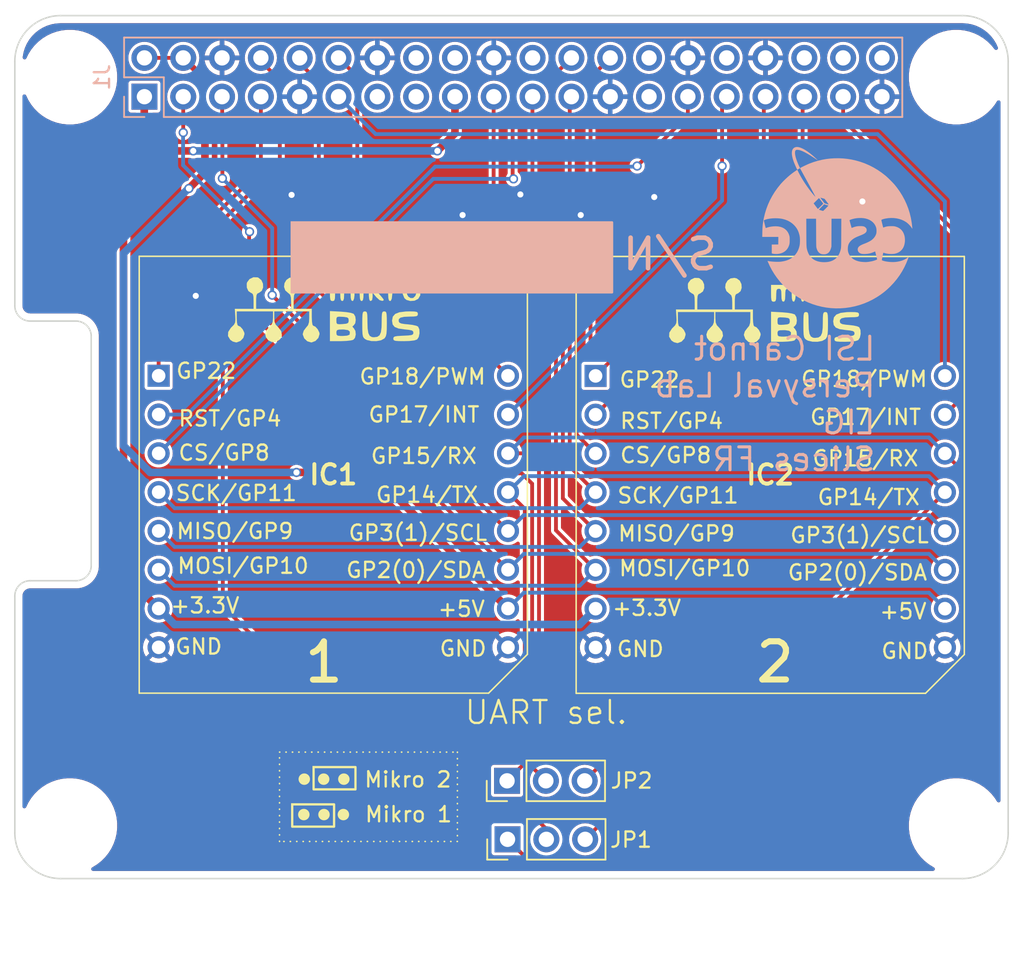
<source format=kicad_pcb>
(kicad_pcb (version 20240108) (generator "pcbnew") (generator_version "8.0")
  (layers (0 "F.Cu" signal) (31 "B.Cu" signal) (34 "B.Paste" user) (35 "F.Paste" user) (36 "B.SilkS" user "B.Silkscreen") (37 "F.SilkS" user "F.Silkscreen") (38 "B.Mask" user) (39 "F.Mask" user) (44 "Edge.Cuts" user))
  (net 0 "")
  (net 3 "5V")
  (net 4 "GND")
  (net 6 "3V3")
  (net 15 "/PWM1")
  (net 16 "/CS1")
  (net 17 "/TX1")
  (net 18 "/INT1")
  (net 19 "/AN1")
  (net 20 "/SCL")
  (net 21 "/SDA")
  (net 22 "/MISO")
  (net 23 "/MOSI")
  (net 24 "/SCLK")
  (net 25 "/RX1")
  (net 26 "/RST1")
  (net 27 "/PWM2")
  (net 28 "/INT2")
  (net 29 "/CS2")
  (net 30 "/RST2")
  (net 31 "/RX2")
  (net 32 "/TX2")
  (net 33 "/AN2")
  (net 34 "Net-(J1-BCM14_TXD)")
  (net 35 "Net-(J1-BCM15_RXD)")
  (footprint "RPi_Hat:RPi_Hat_Mounting_Hole" (layer "F.Cu") (at 176.77 74.56)
    (property "Reference" "" (hide yes))
    (property "Value" "" (hide yes))
    (pad "" np_thru_hole circle (at 0 0) (size 2.75 2.75) (drill 2.75) (layers "*.Cu" "*.Mask") (clearance 1.725))
  )
  (footprint "RPi_Hat:RPi_Hat_Mounting_Hole" (layer "F.Cu") (at 118.77 74.56)
    (property "Reference" "" (hide yes))
    (property "Value" "" (hide yes))
    (pad "" np_thru_hole circle (at 0 0) (size 2.75 2.75) (drill 2.75) (layers "*.Cu" "*.Mask") (clearance 1.725))
  )
  (footprint "RPi_Hat:RPi_Hat_Mounting_Hole" (layer "F.Cu") (at 118.77 123.56)
    (property "Reference" "" (hide yes))
    (property "Value" "" (hide yes))
    (pad "" np_thru_hole circle (at 0 0) (size 2.75 2.75) (drill 2.75) (layers "*.Cu" "*.Mask") (clearance 1.725))
  )
  (footprint "RPi_Hat:RPi_Hat_Mounting_Hole" (layer "F.Cu") (at 176.77 123.56)
    (property "Reference" "" (hide yes))
    (property "Value" "" (hide yes))
    (pad "" np_thru_hole circle (at 0 0) (size 2.75 2.75) (drill 2.75) (layers "*.Cu" "*.Mask") (clearance 1.725))
  )
  (footprint "footprint:mikro_logo" (layer "F.Cu") (at 164.23 89.77)
    (property "Reference" "G***" (hide yes))
    (property "Value" "LOGO" (hide yes))
  )
  (footprint "footprint:MIKROE924" (layer "F.Cu") (at 153.17 94.12)
    (property "Reference" "IC2" (at 11.43 6.48 0) (layer "F.SilkS") (effects (font (size 1.27 1.27) (thickness 0.254))))
    (property "Value" "MIKROE-924" (hide yes))
    (pad "1" thru_hole rect (at 0 0) (size 1.445 1.445) (drill 0.889) (layers "*.Cu" "*.Mask") (net 33 "/AN2"))
    (pad "2" thru_hole circle (at 0 2.54) (size 1.445 1.445) (drill 0.889) (layers "*.Cu" "*.Mask") (net 30 "/RST2"))
    (pad "3" thru_hole circle (at 0 5.08) (size 1.445 1.445) (drill 0.889) (layers "*.Cu" "*.Mask") (net 29 "/CS2"))
    (pad "4" thru_hole circle (at 0 7.62) (size 1.445 1.445) (drill 0.889) (layers "*.Cu" "*.Mask") (net 24 "/SCLK"))
    (pad "5" thru_hole circle (at 0 10.16) (size 1.445 1.445) (drill 0.889) (layers "*.Cu" "*.Mask") (net 22 "/MISO"))
    (pad "6" thru_hole circle (at 0 12.7) (size 1.445 1.445) (drill 0.889) (layers "*.Cu" "*.Mask") (net 23 "/MOSI"))
    (pad "7" thru_hole circle (at 0 15.24) (size 1.445 1.445) (drill 0.889) (layers "*.Cu" "*.Mask") (net 6 "3V3"))
    (pad "8" thru_hole circle (at 0 17.78) (size 1.445 1.445) (drill 0.889) (layers "*.Cu" "*.Mask") (net 4 "GND"))
    (pad "9" thru_hole circle (at 22.86 0) (size 1.445 1.445) (drill 0.889) (layers "*.Cu" "*.Mask") (net 27 "/PWM2"))
    (pad "10" thru_hole circle (at 22.86 2.54) (size 1.445 1.445) (drill 0.889) (layers "*.Cu" "*.Mask") (net 28 "/INT2"))
    (pad "11" thru_hole circle (at 22.86 5.08) (size 1.445 1.445) (drill 0.889) (layers "*.Cu" "*.Mask") (net 32 "/TX2"))
    (pad "12" thru_hole circle (at 22.86 7.62) (size 1.445 1.445) (drill 0.889) (layers "*.Cu" "*.Mask") (net 31 "/RX2"))
    (pad "13" thru_hole circle (at 22.86 10.16) (size 1.445 1.445) (drill 0.889) (layers "*.Cu" "*.Mask") (net 20 "/SCL"))
    (pad "14" thru_hole circle (at 22.86 12.7) (size 1.445 1.445) (drill 0.889) (layers "*.Cu" "*.Mask") (net 21 "/SDA"))
    (pad "15" thru_hole circle (at 22.86 15.24) (size 1.445 1.445) (drill 0.889) (layers "*.Cu" "*.Mask") (net 3 "5V"))
    (pad "16" thru_hole circle (at 22.86 17.78) (size 1.445 1.445) (drill 0.889) (layers "*.Cu" "*.Mask") (net 4 "GND"))
  )
  (footprint "Connector_PinHeader_2.54mm:PinHeader_1x03_P2.54mm_Vertical" (layer "F.Cu") (at 147.38 120.63 90)
    (property "Reference" "JP2" (at 0.01 8.15 180) (layer "F.SilkS"))
    (property "Value" "Jumper_3_Bridged12")
    (pad "1" thru_hole rect (at 0 0 90) (size 1.7 1.7) (drill 1) (layers "*.Cu" "*.Mask") (net 25 "/RX1"))
    (pad "2" thru_hole oval (at 0 2.54 90) (size 1.7 1.7) (drill 1) (layers "*.Cu" "*.Mask") (net 35 "Net-(J1-BCM15_RXD)"))
    (pad "3" thru_hole oval (at 0 5.08 90) (size 1.7 1.7) (drill 1) (layers "*.Cu" "*.Mask") (net 31 "/RX2"))
  )
  (footprint "footprint:MIKROE924" (layer "F.Cu") (at 124.58 94.11)
    (property "Reference" "IC1" (at 11.43 6.48 0) (layer "F.SilkS") (effects (font (size 1.27 1.27) (thickness 0.254))))
    (property "Value" "MIKROE-924" (hide yes))
    (pad "1" thru_hole rect (at 0 0) (size 1.445 1.445) (drill 0.889) (layers "*.Cu" "*.Mask") (net 19 "/AN1"))
    (pad "2" thru_hole circle (at 0 2.54) (size 1.445 1.445) (drill 0.889) (layers "*.Cu" "*.Mask") (net 26 "/RST1"))
    (pad "3" thru_hole circle (at 0 5.08) (size 1.445 1.445) (drill 0.889) (layers "*.Cu" "*.Mask") (net 16 "/CS1"))
    (pad "4" thru_hole circle (at 0 7.62) (size 1.445 1.445) (drill 0.889) (layers "*.Cu" "*.Mask") (net 24 "/SCLK"))
    (pad "5" thru_hole circle (at 0 10.16) (size 1.445 1.445) (drill 0.889) (layers "*.Cu" "*.Mask") (net 22 "/MISO"))
    (pad "6" thru_hole circle (at 0 12.7) (size 1.445 1.445) (drill 0.889) (layers "*.Cu" "*.Mask") (net 23 "/MOSI"))
    (pad "7" thru_hole circle (at 0 15.24) (size 1.445 1.445) (drill 0.889) (layers "*.Cu" "*.Mask") (net 6 "3V3"))
    (pad "8" thru_hole circle (at 0 17.78) (size 1.445 1.445) (drill 0.889) (layers "*.Cu" "*.Mask") (net 4 "GND"))
    (pad "9" thru_hole circle (at 22.86 0) (size 1.445 1.445) (drill 0.889) (layers "*.Cu" "*.Mask") (net 15 "/PWM1"))
    (pad "10" thru_hole circle (at 22.86 2.54) (size 1.445 1.445) (drill 0.889) (layers "*.Cu" "*.Mask") (net 18 "/INT1"))
    (pad "11" thru_hole circle (at 22.86 5.08) (size 1.445 1.445) (drill 0.889) (layers "*.Cu" "*.Mask") (net 17 "/TX1"))
    (pad "12" thru_hole circle (at 22.86 7.62) (size 1.445 1.445) (drill 0.889) (layers "*.Cu" "*.Mask") (net 25 "/RX1"))
    (pad "13" thru_hole circle (at 22.86 10.16) (size 1.445 1.445) (drill 0.889) (layers "*.Cu" "*.Mask") (net 20 "/SCL"))
    (pad "14" thru_hole circle (at 22.86 12.7) (size 1.445 1.445) (drill 0.889) (layers "*.Cu" "*.Mask") (net 21 "/SDA"))
    (pad "15" thru_hole circle (at 22.86 15.24) (size 1.445 1.445) (drill 0.889) (layers "*.Cu" "*.Mask") (net 3 "5V"))
    (pad "16" thru_hole circle (at 22.86 17.78) (size 1.445 1.445) (drill 0.889) (layers "*.Cu" "*.Mask") (net 4 "GND"))
  )
  (footprint "Connector_PinHeader_2.54mm:PinHeader_1x03_P2.54mm_Vertical" (layer "F.Cu") (at 147.41 124.46 90)
    (property "Reference" "JP1" (at -0.03 8.08 180) (layer "F.SilkS"))
    (property "Value" "Jumper_3_Bridged12")
    (pad "1" thru_hole rect (at 0 0 90) (size 1.7 1.7) (drill 1) (layers "*.Cu" "*.Mask") (net 17 "/TX1"))
    (pad "2" thru_hole oval (at 0 2.54 90) (size 1.7 1.7) (drill 1) (layers "*.Cu" "*.Mask") (net 34 "Net-(J1-BCM14_TXD)"))
    (pad "3" thru_hole oval (at 0 5.08 90) (size 1.7 1.7) (drill 1) (layers "*.Cu" "*.Mask") (net 32 "/TX2"))
  )
  (footprint "footprint:mikro_logo" (layer "F.Cu") (at 135.364561 89.727666)
    (property "Reference" "G***" (hide yes))
    (property "Value" "LOGO" (hide yes))
  )
  (footprint "Connector_PinSocket_2.54mm:PinSocket_2x20_P2.54mm_Vertical" (layer "B.Cu") (at 123.65 75.84 -90)
    (property "Reference" "J1" (at -1.27 2.77 90) (layer "B.SilkS") (effects (justify mirror)))
    (property "Value" "RPi_GPIO")
    (pad "1" thru_hole rect (at 0 0 270) (size 1.7 1.7) (drill 1) (layers "*.Cu" "*.Mask") (net 6 "3V3"))
    (pad "2" thru_hole oval (at -2.54 0 270) (size 1.7 1.7) (drill 1) (layers "*.Cu" "*.Mask") (net 3 "5V"))
    (pad "3" thru_hole oval (at 0 -2.54 270) (size 1.7 1.7) (drill 1) (layers "*.Cu" "*.Mask") (net 21 "/SDA"))
    (pad "4" thru_hole oval (at -2.54 -2.54 270) (size 1.7 1.7) (drill 1) (layers "*.Cu" "*.Mask") (net 3 "5V"))
    (pad "5" thru_hole oval (at 0 -5.08 270) (size 1.7 1.7) (drill 1) (layers "*.Cu" "*.Mask") (net 20 "/SCL"))
    (pad "6" thru_hole oval (at -2.54 -5.08 270) (size 1.7 1.7) (drill 1) (layers "*.Cu" "*.Mask") (net 4 "GND"))
    (pad "7" thru_hole oval (at 0 -7.62 270) (size 1.7 1.7) (drill 1) (layers "*.Cu" "*.Mask") (net 19 "/AN1"))
    (pad "8" thru_hole oval (at -2.54 -7.62 270) (size 1.7 1.7) (drill 1) (layers "*.Cu" "*.Mask") (net 34 "Net-(J1-BCM14_TXD)"))
    (pad "9" thru_hole oval (at 0 -10.16 270) (size 1.7 1.7) (drill 1) (layers "*.Cu" "*.Mask") (net 4 "GND"))
    (pad "10" thru_hole oval (at -2.54 -10.16 270) (size 1.7 1.7) (drill 1) (layers "*.Cu" "*.Mask") (net 35 "Net-(J1-BCM15_RXD)"))
    (pad "11" thru_hole oval (at 0 -12.7 270) (size 1.7 1.7) (drill 1) (layers "*.Cu" "*.Mask") (net 27 "/PWM2"))
    (pad "12" thru_hole oval (at -2.54 -12.7 270) (size 1.7 1.7) (drill 1) (layers "*.Cu" "*.Mask") (net 15 "/PWM1"))
    (pad "13" thru_hole oval (at 0 -15.24 270) (size 1.7 1.7) (drill 1) (layers "*.Cu" "*.Mask"))
    (pad "14" thru_hole oval (at -2.54 -15.24 270) (size 1.7 1.7) (drill 1) (layers "*.Cu" "*.Mask") (net 4 "GND"))
    (pad "15" thru_hole oval (at 0 -17.78 270) (size 1.7 1.7) (drill 1) (layers "*.Cu" "*.Mask"))
    (pad "16" thru_hole oval (at -2.54 -17.78 270) (size 1.7 1.7) (drill 1) (layers "*.Cu" "*.Mask"))
    (pad "17" thru_hole oval (at 0 -20.32 270) (size 1.7 1.7) (drill 1) (layers "*.Cu" "*.Mask") (net 6 "3V3"))
    (pad "18" thru_hole oval (at -2.54 -20.32 270) (size 1.7 1.7) (drill 1) (layers "*.Cu" "*.Mask"))
    (pad "19" thru_hole oval (at 0 -22.86 270) (size 1.7 1.7) (drill 1) (layers "*.Cu" "*.Mask") (net 23 "/MOSI"))
    (pad "20" thru_hole oval (at -2.54 -22.86 270) (size 1.7 1.7) (drill 1) (layers "*.Cu" "*.Mask") (net 4 "GND"))
    (pad "21" thru_hole oval (at 0 -25.4 270) (size 1.7 1.7) (drill 1) (layers "*.Cu" "*.Mask") (net 22 "/MISO"))
    (pad "22" thru_hole oval (at -2.54 -25.4 270) (size 1.7 1.7) (drill 1) (layers "*.Cu" "*.Mask"))
    (pad "23" thru_hole oval (at 0 -27.94 270) (size 1.7 1.7) (drill 1) (layers "*.Cu" "*.Mask") (net 24 "/SCLK"))
    (pad "24" thru_hole oval (at -2.54 -27.94 270) (size 1.7 1.7) (drill 1) (layers "*.Cu" "*.Mask") (net 16 "/CS1"))
    (pad "25" thru_hole oval (at 0 -30.48 270) (size 1.7 1.7) (drill 1) (layers "*.Cu" "*.Mask") (net 4 "GND"))
    (pad "26" thru_hole oval (at -2.54 -30.48 270) (size 1.7 1.7) (drill 1) (layers "*.Cu" "*.Mask") (net 29 "/CS2"))
    (pad "27" thru_hole oval (at 0 -33.02 270) (size 1.7 1.7) (drill 1) (layers "*.Cu" "*.Mask"))
    (pad "28" thru_hole oval (at -2.54 -33.02 270) (size 1.7 1.7) (drill 1) (layers "*.Cu" "*.Mask"))
    (pad "29" thru_hole oval (at 0 -35.56 270) (size 1.7 1.7) (drill 1) (layers "*.Cu" "*.Mask") (net 26 "/RST1"))
    (pad "30" thru_hole oval (at -2.54 -35.56 270) (size 1.7 1.7) (drill 1) (layers "*.Cu" "*.Mask") (net 4 "GND"))
    (pad "31" thru_hole oval (at 0 -38.1 270) (size 1.7 1.7) (drill 1) (layers "*.Cu" "*.Mask") (net 18 "/INT1"))
    (pad "32" thru_hole oval (at -2.54 -38.1 270) (size 1.7 1.7) (drill 1) (layers "*.Cu" "*.Mask"))
    (pad "33" thru_hole oval (at 0 -40.64 270) (size 1.7 1.7) (drill 1) (layers "*.Cu" "*.Mask") (net 33 "/AN2"))
    (pad "34" thru_hole oval (at -2.54 -40.64 270) (size 1.7 1.7) (drill 1) (layers "*.Cu" "*.Mask") (net 4 "GND"))
    (pad "35" thru_hole oval (at 0 -43.18 270) (size 1.7 1.7) (drill 1) (layers "*.Cu" "*.Mask") (net 30 "/RST2"))
    (pad "36" thru_hole oval (at -2.54 -43.18 270) (size 1.7 1.7) (drill 1) (layers "*.Cu" "*.Mask"))
    (pad "37" thru_hole oval (at 0 -45.72 270) (size 1.7 1.7) (drill 1) (layers "*.Cu" "*.Mask") (net 28 "/INT2"))
    (pad "38" thru_hole oval (at -2.54 -45.72 270) (size 1.7 1.7) (drill 1) (layers "*.Cu" "*.Mask"))
    (pad "39" thru_hole oval (at 0 -48.26 270) (size 1.7 1.7) (drill 1) (layers "*.Cu" "*.Mask") (net 4 "GND"))
    (pad "40" thru_hole oval (at -2.54 -48.26 270) (size 1.7 1.7) (drill 1) (layers "*.Cu" "*.Mask"))
  )
  (footprint "footprint:logo_csug" (layer "B.Cu") (at 169.08 84.41 180)
    (property "Reference" "" (hide yes))
    (property "Value" "LOGO" (hide yes))
  )
  (gr_rect (start 133.29 84.07) (end 154.25 88.65) (stroke (width 0.15)) (fill solid) (layer "B.SilkS"))
  (gr_circle (center 135.4 122.84) (end 135.7 122.84) (stroke (width 0.15)) (fill solid) (layer "F.SilkS"))
  (gr_circle (center 134.11 120.52) (end 133.81 120.52) (stroke (width 0.15)) (fill solid) (layer "F.SilkS"))
  (gr_circle (center 134.08 122.84) (end 134.38 122.84) (stroke (width 0.15)) (fill solid) (layer "F.SilkS"))
  (gr_rect (start 132.49 118.75) (end 144.13 124.6) (stroke (width 0.1) (type dot)) (fill none) (layer "F.SilkS"))
  (gr_circle (center 136.67 122.84) (end 136.97 122.84) (stroke (width 0.15)) (fill solid) (layer "F.SilkS"))
  (gr_circle (center 135.38 120.52) (end 135.08 120.52) (stroke (width 0.15)) (fill solid) (layer "F.SilkS"))
  (gr_rect (start 134.72 119.73) (end 137.46 121.19) (stroke (width 0.15)) (fill none) (layer "F.SilkS"))
  (gr_rect (start 133.32 122.17) (end 136.06 123.63) (stroke (width 0.15)) (fill none) (layer "F.SilkS"))
  (gr_circle (center 136.7 120.52) (end 136.4 120.52) (stroke (width 0.15)) (fill solid) (layer "F.SilkS"))
  (gr_arc (start 177.17 70.53) (mid 179.29132 71.40868) (end 180.17 73.53) (stroke (width 0.1)) (layer "Edge.Cuts"))
  (gr_arc (start 115.17 73.53) (mid 116.04868 71.40868) (end 118.17 70.53) (stroke (width 0.1)) (layer "Edge.Cuts"))
  (gr_arc (start 118.17 127.03) (mid 116.04868 126.15132) (end 115.17 124.03) (stroke (width 0.1)) (layer "Edge.Cuts"))
  (gr_arc (start 180.17 124.03) (mid 179.29132 126.15132) (end 177.17 127.03) (stroke (width 0.1)) (layer "Edge.Cuts"))
  (gr_arc (start 116.17 90.53) (mid 115.462893 90.237107) (end 115.17 89.53) (stroke (width 0.1)) (layer "Edge.Cuts"))
  (gr_arc (start 119.17 90.53) (mid 119.877107 90.822893) (end 120.17 91.53) (stroke (width 0.1)) (layer "Edge.Cuts"))
  (gr_arc (start 120.17 106.53) (mid 119.877107 107.237107) (end 119.17 107.53) (stroke (width 0.1)) (layer "Edge.Cuts"))
  (gr_arc (start 115.17 108.53) (mid 115.462893 107.822893) (end 116.17 107.53) (stroke (width 0.1)) (layer "Edge.Cuts"))
  (gr_line (start 180.17 73.53) (end 180.17 124.03) (stroke (width 0.1)) (layer "Edge.Cuts"))
  (gr_line (start 118.17 70.53) (end 177.17 70.53) (stroke (width 0.1)) (layer "Edge.Cuts"))
  (gr_line (start 120.17 91.53) (end 120.17 106.53) (stroke (width 0.1)) (layer "Edge.Cuts"))
  (gr_line (start 118.17 127.03) (end 177.17 127.03) (stroke (width 0.1)) (layer "Edge.Cuts"))
  (gr_line (start 115.17 73.53) (end 115.17 89.53) (stroke (width 0.1)) (layer "Edge.Cuts"))
  (gr_line (start 115.17 108.53) (end 115.17 124.03) (stroke (width 0.1)) (layer "Edge.Cuts"))
  (gr_line (start 116.17 107.53) (end 119.17 107.53) (stroke (width 0.1)) (layer "Edge.Cuts"))
  (gr_line (start 116.17 90.53) (end 119.17 90.53) (stroke (width 0.1)) (layer "Edge.Cuts"))
  (gr_text "S/N" (at 161.28 87.33 0) (layer "B.SilkS") (effects (font (size 2 2) (thickness 0.3)) (justify left bottom mirror)))
  (gr_text "LSI Carnot\nPersyval Lab\nLIG\nSlices FR" (at 171.6 100.46 0) (layer "B.SilkS") (effects (font (size 1.5 1.5) (thickness 0.2)) (justify left bottom mirror)))
  (gr_text "CS/GP8" (at 125.79 99.74 0) (layer "F.SilkS") (effects (font (size 1 1)) (justify left bottom)))
  (gr_text "GP22" (at 154.65 94.96 0) (layer "F.SilkS") (effects (font (size 1 1)) (justify left bottom)))
  (gr_text "GP3(1)/SCL" (at 165.82 105.14 0) (layer "F.SilkS") (effects (font (size 1 1)) (justify left bottom)))
  (gr_text "GP18/PWM" (at 166.53 94.91 0) (layer "F.SilkS") (effects (font (size 1 1)) (justify left bottom)))
  (gr_text "GP14/TX" (at 167.61 102.65 0) (layer "F.SilkS") (effects (font (size 1 1)) (justify left bottom)))
  (gr_text "GP17/INT" (at 138.22 97.24 0) (layer "F.SilkS") (effects (font (size 1 1)) (justify left bottom)))
  (gr_text "MOSI/GP10" (at 154.62 107.3 0) (layer "F.SilkS") (effects (font (size 1 1)) (justify left bottom)))
  (gr_text "GP18/PWM" (at 137.63 94.75 0) (layer "F.SilkS") (effects (font (size 1 1)) (justify left bottom)))
  (gr_text "2" (at 163.46 114.32 0) (layer "F.SilkS") (effects (font (size 2.5 2.5) (thickness 0.4)) (justify left bottom)))
  (gr_text "GND" (at 171.78 112.72 0) (layer "F.SilkS") (effects (font (size 1 1)) (justify left bottom)))
  (gr_text "+3.3V" (at 125.28 109.74 0) (layer "F.SilkS") (effects (font (size 1 1)) (justify left bottom)))
  (gr_text "CS/GP8" (at 154.69 99.9 0) (layer "F.SilkS") (effects (font (size 1 1)) (justify left bottom)))
  (gr_text "GND" (at 154.48 112.59 0) (layer "F.SilkS") (effects (font (size 1 1)) (justify left bottom)))
  (gr_text "GP17/INT" (at 167.12 97.4 0) (layer "F.SilkS") (effects (font (size 1 1)) (justify left bottom)))
  (gr_text "Mikro 1\n" (at 138 123.41 0) (layer "F.SilkS") (effects (font (size 1 1)) (justify left bottom)))
  (gr_text "SCK/GP11" (at 125.61 102.38 0) (layer "F.SilkS") (effects (font (size 1 1)) (justify left bottom)))
  (gr_text "GP15/RX" (at 138.38 99.95 0) (layer "F.SilkS") (effects (font (size 1 1)) (justify left bottom)))
  (gr_text "GND" (at 142.88 112.56 0) (layer "F.SilkS") (effects (font (size 1 1)) (justify left bottom)))
  (gr_text "MISO/GP9" (at 154.56 105.03 0) (layer "F.SilkS") (effects (font (size 1 1)) (justify left bottom)))
  (gr_text "MOSI/GP10" (at 125.72 107.14 0) (layer "F.SilkS") (effects (font (size 1 1)) (justify left bottom)))
  (gr_text "GND" (at 125.58 112.43 0) (layer "F.SilkS") (effects (font (size 1 1)) (justify left bottom)))
  (gr_text "Mikro 2" (at 137.96 121.13 0) (layer "F.SilkS") (effects (font (size 1 1)) (justify left bottom)))
  (gr_text "RST/GP4" (at 125.79 97.5 0) (layer "F.SilkS") (effects (font (size 1 1)) (justify left bottom)))
  (gr_text "1" (at 133.94 114.33 0) (layer "F.SilkS") (effects (font (size 2.5 2.5) (thickness 0.4)) (justify left bottom)))
  (gr_text "GP14/TX" (at 138.71 102.49 0) (layer "F.SilkS") (effects (font (size 1 1)) (justify left bottom)))
  (gr_text "GP3(1)/SCL" (at 136.92 104.98 0) (layer "F.SilkS") (effects (font (size 1 1)) (justify left bottom)))
  (gr_text "GP15/RX" (at 167.28 100.11 0) (layer "F.SilkS") (effects (font (size 1 1)) (justify left bottom)))
  (gr_text "MISO/GP9" (at 125.66 104.87 0) (layer "F.SilkS") (effects (font (size 1 1)) (justify left bottom)))
  (gr_text "+5V" (at 171.67 110.12 0) (layer "F.SilkS") (effects (font (size 1 1)) (justify left bottom)))
  (gr_text "GP2(0)/SDA" (at 165.66 107.58 0) (layer "F.SilkS") (effects (font (size 1 1)) (justify left bottom)))
  (gr_text "SCK/GP11" (at 154.51 102.54 0) (layer "F.SilkS") (effects (font (size 1 1)) (justify left bottom)))
  (gr_text "GP22" (at 125.64 94.38 0) (layer "F.SilkS") (effects (font (size 1 1)) (justify left bottom)))
  (gr_text "GP2(0)/SDA" (at 136.76 107.42 0) (layer "F.SilkS") (effects (font (size 1 1)) (justify left bottom)))
  (gr_text "+3.3V" (at 154.18 109.9 0) (layer "F.SilkS") (effects (font (size 1 1)) (justify left bottom)))
  (gr_text "UART sel." (at 144.51 117.03 0) (layer "F.SilkS") (effects (font (size 1.5 1.5)) (justify left bottom)))
  (gr_text "+5V" (at 142.77 109.96 0) (layer "F.SilkS") (effects (font (size 1 1)) (justify left bottom)))
  (gr_text "RST/GP4" (at 154.69 97.66 0) (layer "F.SilkS") (effects (font (size 1 1)) (justify left bottom)))
  (segment (start 176.03 101.74) (end 174.9725 100.6825) (width 0.25) (layer "B.Cu") (net 0))
  (segment (start 174.9725 100.6825) (end 148.4875 100.6825) (width 0.25) (layer "B.Cu") (net 0))
  (segment (start 148.4875 100.6825) (end 147.44 101.73) (width 0.25) (layer "B.Cu") (net 0))
  (segment (start 176.03 99.2) (end 174.9825 98.1525) (width 0.25) (layer "B.Cu") (net 0))
  (segment (start 148.4775 98.1525) (end 147.44 99.19) (width 0.25) (layer "B.Cu") (net 0))
  (segment (start 174.9825 98.1525) (end 148.4775 98.1525) (width 0.25) (layer "B.Cu") (net 0))
  (segment (start 138.53 100.44) (end 147.44 109.35) (width 0.5) (layer "F.Cu") (net 3))
  (segment (start 126.56 81.85) (end 127.61 80.8) (width 0.5) (layer "F.Cu") (net 3))
  (segment (start 127.61 77.26) (end 127.47 77.12) (width 0.5) (layer "F.Cu") (net 3))
  (segment (start 127.47 74.58) (end 126.19 73.3) (width 0.4) (layer "F.Cu") (net 3))
  (segment (start 127.61 80.8) (end 127.61 77.26) (width 0.5) (layer "F.Cu") (net 3))
  (segment (start 133.6 100.44) (end 138.53 100.44) (width 0.5) (layer "F.Cu") (net 3))
  (segment (start 126.19 73.3) (end 123.65 73.3) (width 0.25) (layer "F.Cu") (net 3))
  (segment (start 127.47 77.12) (end 127.47 74.58) (width 0.4) (layer "F.Cu") (net 3))
  (via (at 126.56 81.85) (size 0.6) (drill 0.4) (layers "F.Cu" "B.Cu") (net 3))
  (via (at 133.6 100.44) (size 0.6) (drill 0.4) (layers "F.Cu" "B.Cu") (net 3))
  (segment (start 147.44 109.35) (end 148.4775 108.3125) (width 0.25) (layer "B.Cu") (net 3))
  (segment (start 126.56 81.85) (end 126.53 81.85) (width 0.5) (layer "B.Cu") (net 3))
  (segment (start 126.53 81.85) (end 122.28 86.1) (width 0.5) (layer "B.Cu") (net 3))
  (segment (start 174.9825 108.3125) (end 176.03 109.36) (width 0.25) (layer "B.Cu") (net 3))
  (segment (start 122.28 98.69) (end 124.03 100.44) (width 0.5) (layer "B.Cu") (net 3))
  (segment (start 148.4775 108.3125) (end 174.9825 108.3125) (width 0.25) (layer "B.Cu") (net 3))
  (segment (start 122.28 86.1) (end 122.28 98.69) (width 0.5) (layer "B.Cu") (net 3))
  (segment (start 124.03 100.44) (end 133.6 100.44) (width 0.5) (layer "B.Cu") (net 3))
  (via (at 144.47 83.59) (size 0.6) (drill 0.4) (layers "F.Cu" "B.Cu") (net 4))
  (via (at 133.28 82.27) (size 0.6) (drill 0.4) (layers "F.Cu" "B.Cu") (net 4))
  (via (at 170.63 82.7) (size 0.6) (drill 0.4) (layers "F.Cu" "B.Cu") (net 4))
  (via (at 148.25 82.24) (size 0.6) (drill 0.4) (layers "F.Cu" "B.Cu") (net 4))
  (via (at 152.2 83.59) (size 0.6) (drill 0.4) (layers "F.Cu" "B.Cu") (net 4))
  (via (at 157.01 82.41) (size 0.6) (drill 0.4) (layers "F.Cu" "B.Cu") (net 4))
  (via (at 127.01 88.88) (size 0.6) (drill 0.4) (layers "F.Cu" "B.Cu") (net 4))
  (segment (start 123.65 79.39) (end 123.64 79.4) (width 0.5) (layer "F.Cu") (net 6))
  (segment (start 126.845 79.39) (end 123.65 79.39) (width 0.5) (layer "F.Cu") (net 6))
  (segment (start 143.97 78.24) (end 143.97 75.84) (width 0.5) (layer "F.Cu") (net 6))
  (segment (start 122.28 83.62) (end 123.64 82.26) (width 0.5) (layer "F.Cu") (net 6))
  (segment (start 123.64 82.26) (end 123.64 75.85) (width 0.5) (layer "F.Cu") (net 6))
  (segment (start 124.58 109.35) (end 122.28 107.05) (width 0.5) (layer "F.Cu") (net 6))
  (segment (start 123.64 75.85) (end 123.65 75.84) (width 0.5) (layer "F.Cu") (net 6))
  (segment (start 122.28 107.05) (end 122.28 83.62) (width 0.5) (layer "F.Cu") (net 6))
  (segment (start 142.82 79.39) (end 143.97 78.24) (width 0.5) (layer "F.Cu") (net 6))
  (via (at 142.82 79.39) (size 0.6) (drill 0.4) (layers "F.Cu" "B.Cu") (net 6))
  (via (at 126.845 79.39) (size 0.6) (drill 0.4) (layers "F.Cu" "B.Cu") (net 6))
  (segment (start 124.58 109.35) (end 125.6275 110.3975) (width 0.5) (layer "B.Cu") (net 6))
  (segment (start 126.845 79.39) (end 142.82 79.39) (width 0.5) (layer "B.Cu") (net 6))
  (segment (start 152.1325 110.3975) (end 153.17 109.36) (width 0.5) (layer "B.Cu") (net 6))
  (segment (start 125.6275 110.3975) (end 152.1325 110.3975) (width 0.5) (layer "B.Cu") (net 6))
  (segment (start 137.58 74.53) (end 136.24 73.19) (width 0.25) (layer "F.Cu") (net 15))
  (segment (start 137.58 84.25) (end 137.58 74.53) (width 0.25) (layer "F.Cu") (net 15))
  (segment (start 147.44 94.11) (end 137.58 84.25) (width 0.25) (layer "F.Cu") (net 15))
  (segment (start 150.33 74.56) (end 151.59 73.3) (width 0.25) (layer "F.Cu") (net 16))
  (segment (start 147.745 81.165) (end 147.745 75.325) (width 0.25) (layer "F.Cu") (net 16))
  (segment (start 147.745 75.325) (end 148.51 74.56) (width 0.25) (layer "F.Cu") (net 16))
  (segment (start 148.51 74.56) (end 150.33 74.56) (width 0.25) (layer "F.Cu") (net 16))
  (segment (start 147.8 81.22) (end 147.745 81.165) (width 0.25) (layer "F.Cu") (net 16))
  (via (at 147.8 81.22) (size 0.6) (drill 0.4) (layers "F.Cu" "B.Cu") (net 16))
  (segment (start 147.8 81.22) (end 142.55 81.22) (width 0.25) (layer "B.Cu") (net 16))
  (segment (start 142.55 81.22) (end 124.58 99.19) (width 0.25) (layer "B.Cu") (net 16))
  (segment (start 147.41 124.46) (end 148.86 125.91) (width 0.25) (layer "F.Cu") (net 17))
  (segment (start 149.47 115.58) (end 149.47 100.198231) (width 0.25) (layer "F.Cu") (net 17))
  (segment (start 149.47 100.198231) (end 148.461769 99.19) (width 0.25) (layer "F.Cu") (net 17))
  (segment (start 151.24 125.09) (end 151.24 117.35) (width 0.25) (layer "F.Cu") (net 17))
  (segment (start 148.461769 99.19) (end 147.44 99.19) (width 0.25) (layer "F.Cu") (net 17))
  (segment (start 148.86 125.91) (end 150.42 125.91) (width 0.25) (layer "F.Cu") (net 17))
  (segment (start 150.42 125.91) (end 151.24 125.09) (width 0.25) (layer "F.Cu") (net 17))
  (segment (start 151.24 117.35) (end 149.47 115.58) (width 0.25) (layer "F.Cu") (net 17))
  (segment (start 161.45 76.14) (end 161.75 75.84) (width 0.25) (layer "F.Cu") (net 18))
  (segment (start 161.45 80.38) (end 161.45 76.14) (width 0.25) (layer "F.Cu") (net 18))
  (via (at 161.45 80.38) (size 0.6) (drill 0.4) (layers "F.Cu" "B.Cu") (net 18))
  (segment (start 161.45 82.64) (end 161.45 80.38) (width 0.25) (layer "B.Cu") (net 18))
  (segment (start 147.44 96.65) (end 161.45 82.64) (width 0.25) (layer "B.Cu") (net 18))
  (segment (start 124.58 94.11) (end 124.58 87.3) (width 0.25) (layer "F.Cu") (net 19))
  (segment (start 124.58 87.3) (end 131.27 80.61) (width 0.25) (layer "F.Cu") (net 19))
  (segment (start 131.27 80.61) (end 131.27 75.84) (width 0.25) (layer "F.Cu") (net 19))
  (segment (start 132.0176 88.8376) (end 132.01 88.83) (width 0.25) (layer "F.Cu") (net 20))
  (segment (start 128.751942 81.188058) (end 128.751942 78.891942) (width 0.25) (layer "F.Cu") (net 20))
  (segment (start 128.751942 78.891942) (end 128.74 78.88) (width 0.25) (layer "F.Cu") (net 20))
  (segment (start 132.0176 88.8476) (end 132.0176 88.8376) (width 0.25) (layer "F.Cu") (net 20))
  (segment (start 128.74 75.85) (end 128.73 75.84) (width 0.25) (layer "F.Cu") (net 20))
  (segment (start 147.44 104.27) (end 132.0176 88.8476) (width 0.25) (layer "F.Cu") (net 20))
  (segment (start 128.74 78.88) (end 128.74 75.85) (width 0.25) (layer "F.Cu") (net 20))
  (via (at 132.01 88.83) (size 0.6) (drill 0.4) (layers "F.Cu" "B.Cu") (net 20))
  (via (at 128.751942 81.188058) (size 0.6) (drill 0.4) (layers "F.Cu" "B.Cu") (net 20))
  (segment (start 148.4775 103.2325) (end 147.44 104.27) (width 0.25) (layer "B.Cu") (net 20))
  (segment (start 132.01 84.446116) (end 132.01 88.83) (width 0.25) (layer "B.Cu") (net 20))
  (segment (start 176.03 104.28) (end 174.9825 103.2325) (width 0.25) (layer "B.Cu") (net 20))
  (segment (start 174.9825 103.2325) (end 148.4775 103.2325) (width 0.25) (layer "B.Cu") (net 20))
  (segment (start 128.751942 81.188058) (end 132.01 84.446116) (width 0.25) (layer "B.Cu") (net 20))
  (segment (start 130.5 84.71) (end 130.5 89.87) (width 0.25) (layer "F.Cu") (net 21))
  (segment (start 130.53 84.68) (end 130.5 84.71) (width 0.25) (layer "F.Cu") (net 21))
  (segment (start 126.19 78.19) (end 126.19 75.84) (width 0.25) (layer "F.Cu") (net 21))
  (segment (start 130.5 89.87) (end 147.44 106.81) (width 0.25) (layer "F.Cu") (net 21))
  (via (at 130.53 84.68) (size 0.6) (drill 0.4) (layers "F.Cu" "B.Cu") (net 21))
  (via (at 126.19 78.19) (size 0.6) (drill 0.4) (layers "F.Cu" "B.Cu") (net 21))
  (segment (start 126.18 80.33) (end 130.53 84.68) (width 0.25) (layer "B.Cu") (net 21))
  (segment (start 126.18 78.2) (end 126.18 80.33) (width 0.25) (layer "B.Cu") (net 21))
  (segment (start 174.9825 105.7725) (end 176.03 106.82) (width 0.25) (layer "B.Cu") (net 21))
  (segment (start 147.44 106.81) (end 148.4775 105.7725) (width 0.25) (layer "B.Cu") (net 21))
  (segment (start 148.4775 105.7725) (end 174.9825 105.7725) (width 0.25) (layer "B.Cu") (net 21))
  (segment (start 126.19 78.19) (end 126.18 78.2) (width 0.25) (layer "B.Cu") (net 21))
  (segment (start 151.03 102.14) (end 151.03 85.653604) (width 0.25) (layer "F.Cu") (net 22))
  (segment (start 149.04 75.85) (end 149.05 75.84) (width 0.25) (layer "F.Cu") (net 22))
  (segment (start 153.17 104.28) (end 151.03 102.14) (width 0.25) (layer "F.Cu") (net 22))
  (segment (start 149.04 83.663604) (end 149.04 75.85) (width 0.25) (layer "F.Cu") (net 22))
  (segment (start 151.03 85.653604) (end 149.04 83.663604) (width 0.25) (layer "F.Cu") (net 22))
  (segment (start 125.6275 105.3175) (end 152.1325 105.3175) (width 0.25) (layer "B.Cu") (net 22))
  (segment (start 124.58 104.27) (end 125.6275 105.3175) (width 0.25) (layer "B.Cu") (net 22))
  (segment (start 152.1325 105.3175) (end 153.17 104.28) (width 0.25) (layer "B.Cu") (net 22))
  (segment (start 150.58 104.23) (end 150.58 85.84) (width 0.25) (layer "F.Cu") (net 23))
  (segment (start 146.5 75.85) (end 146.51 75.84) (width 0.25) (layer "F.Cu") (net 23))
  (segment (start 153.17 106.82) (end 150.58 104.23) (width 0.25) (layer "F.Cu") (net 23))
  (segment (start 150.58 85.84) (end 146.5 81.76) (width 0.25) (layer "F.Cu") (net 23))
  (segment (start 146.5 81.76) (end 146.5 75.85) (width 0.25) (layer "F.Cu") (net 23))
  (segment (start 125.6275 107.8575) (end 152.1325 107.8575) (width 0.25) (layer "B.Cu") (net 23))
  (segment (start 124.58 106.81) (end 125.6275 107.8575) (width 0.25) (layer "B.Cu") (net 23))
  (segment (start 152.1325 107.8575) (end 153.17 106.82) (width 0.25) (layer "B.Cu") (net 23))
  (segment (start 151.48 100.05) (end 151.48 75.95) (width 0.25) (layer "F.Cu") (net 24))
  (segment (start 153.17 101.74) (end 151.48 100.05) (width 0.25) (layer "F.Cu") (net 24))
  (segment (start 151.48 75.95) (end 151.59 75.84) (width 0.25) (layer "F.Cu") (net 24))
  (segment (start 152.1325 102.7775) (end 153.17 101.74) (width 0.25) (layer "B.Cu") (net 24))
  (segment (start 124.58 101.73) (end 125.6275 102.7775) (width 0.25) (layer "B.Cu") (net 24))
  (segment (start 125.6275 102.7775) (end 152.1325 102.7775) (width 0.25) (layer "B.Cu") (net 24))
  (segment (start 148.54 102.83) (end 147.44 101.73) (width 0.25) (layer "F.Cu") (net 25))
  (segment (start 148.54 119.47) (end 148.54 102.83) (width 0.25) (layer "F.Cu") (net 25))
  (segment (start 147.38 120.63) (end 148.54 119.47) (width 0.25) (layer "F.Cu") (net 25))
  (segment (start 159.21 77.06) (end 159.21 75.84) (width 0.25) (layer "F.Cu") (net 26))
  (segment (start 155.89 80.38) (end 159.21 77.06) (width 0.25) (layer "F.Cu") (net 26))
  (via (at 155.89 80.38) (size 0.6) (drill 0.4) (layers "F.Cu" "B.Cu") (net 26))
  (segment (start 142.673884 80.42) (end 155.85 80.42) (width 0.25) (layer "B.Cu") (net 26))
  (segment (start 126.443884 96.65) (end 142.673884 80.42) (width 0.25) (layer "B.Cu") (net 26))
  (segment (start 155.85 80.42) (end 155.89 80.38) (width 0.25) (layer "B.Cu") (net 26))
  (segment (start 124.58 96.65) (end 126.443884 96.65) (width 0.25) (layer "B.Cu") (net 26))
  (segment (start 176.03 82.7) (end 176.03 94.12) (width 0.25) (layer "B.Cu") (net 27))
  (segment (start 136.32 75.83) (end 138.78 78.29) (width 0.25) (layer "B.Cu") (net 27))
  (segment (start 138.78 78.29) (end 171.62 78.29) (width 0.25) (layer "B.Cu") (net 27))
  (segment (start 171.62 78.29) (end 176.03 82.7) (width 0.25) (layer "B.Cu") (net 27))
  (segment (start 169.37 77.3578) (end 169.37 75.84) (width 0.25) (layer "F.Cu") (net 28))
  (segment (start 176.03 96.66) (end 177.0775 95.6125) (width 0.25) (layer "F.Cu") (net 28))
  (segment (start 177.0775 95.6125) (end 177.0775 85.0653) (width 0.25) (layer "F.Cu") (net 28))
  (segment (start 177.0775 85.0653) (end 169.37 77.3578) (width 0.25) (layer "F.Cu") (net 28))
  (segment (start 151.93 97.96) (end 151.93 93.265) (width 0.25) (layer "F.Cu") (net 29))
  (segment (start 153.17 99.2) (end 151.93 97.96) (width 0.25) (layer "F.Cu") (net 29))
  (segment (start 152.84 74.59) (end 154.13 73.3) (width 0.25) (layer "F.Cu") (net 29))
  (segment (start 152.84 92.355) (end 152.84 74.59) (width 0.25) (layer "F.Cu") (net 29))
  (segment (start 151.93 93.265) (end 152.84 92.355) (width 0.25) (layer "F.Cu") (net 29))
  (segment (start 166.72 75.95) (end 166.83 75.84) (width 0.25) (layer "F.Cu") (net 30))
  (segment (start 166.72 83.11) (end 166.72 75.95) (width 0.25) (layer "F.Cu") (net 30))
  (segment (start 153.17 96.66) (end 166.72 83.11) (width 0.25) (layer "F.Cu") (net 30))
  (segment (start 158.01 119.76) (end 176.03 101.74) (width 0.25) (layer "F.Cu") (net 31))
  (segment (start 152.46 120.63) (end 153.33 119.76) (width 0.25) (layer "F.Cu") (net 31))
  (segment (start 153.33 119.76) (end 158.01 119.76) (width 0.25) (layer "F.Cu") (net 31))
  (segment (start 153.31 123.64) (end 166.52 123.64) (width 0.25) (layer "F.Cu") (net 32))
  (segment (start 166.52 123.64) (end 178.05 112.11) (width 0.25) (layer "F.Cu") (net 32))
  (segment (start 178.05 101.22) (end 176.03 99.2) (width 0.25) (layer "F.Cu") (net 32))
  (segment (start 152.49 124.46) (end 153.31 123.64) (width 0.25) (layer "F.Cu") (net 32))
  (segment (start 178.05 112.11) (end 178.05 101.22) (width 0.25) (layer "F.Cu") (net 32))
  (segment (start 164.18 75.95) (end 164.29 75.84) (width 0.25) (layer "F.Cu") (net 33))
  (segment (start 164.18 83.11) (end 164.18 75.95) (width 0.25) (layer "F.Cu") (net 33))
  (segment (start 153.17 94.12) (end 164.18 83.11) (width 0.25) (layer "F.Cu") (net 33))
  (segment (start 149.95 124.46) (end 149.95 123.785) (width 0.25) (layer "F.Cu") (net 34))
  (segment (start 149.315 123.15) (end 142.74 123.15) (width 0.25) (layer "F.Cu") (net 34))
  (segment (start 132.51 74.76) (end 131.16 73.41) (width 0.25) (layer "F.Cu") (net 34))
  (segment (start 128.78 83.93) (end 132.51 80.2) (width 0.25) (layer "F.Cu") (net 34))
  (segment (start 128.78 109.19) (end 128.78 83.93) (width 0.25) (layer "F.Cu") (net 34))
  (segment (start 149.95 123.785) (end 149.315 123.15) (width 0.25) (layer "F.Cu") (net 34))
  (segment (start 132.51 80.2) (end 132.51 74.76) (width 0.25) (layer "F.Cu") (net 34))
  (segment (start 142.74 123.15) (end 128.78 109.19) (width 0.25) (layer "F.Cu") (net 34))
  (segment (start 149.92 120.63) (end 149.02 119.73) (width 0.25) (layer "F.Cu") (net 35))
  (segment (start 135.06 74.89) (end 133.63 73.46) (width 0.25) (layer "F.Cu") (net 35))
  (segment (start 149.02 101.18) (end 148.34 100.5) (width 0.25) (layer "F.Cu") (net 35))
  (segment (start 148.34 100.5) (end 147 100.5) (width 0.25) (layer "F.Cu") (net 35))
  (segment (start 149.02 119.73) (end 149.02 101.18) (width 0.25) (layer "F.Cu") (net 35))
  (segment (start 147 100.5) (end 135.06 88.56) (width 0.25) (layer "F.Cu") (net 35))
  (segment (start 135.06 88.56) (end 135.06 74.89) (width 0.25) (layer "F.Cu") (net 35))
  (zone (net 4) (net_name "GND") (layers "F&B.Cu") (connect_pads (clearance 0.1)) (min_thickness 0.25) (fill yes (thermal_gap 0.3) (thermal_bridge_width 0.3))
    (polygon (pts (xy 114.33 69.51) (xy 181.16 69.51) (xy 181.22 128.15) (xy 114.2 128.29)))
  )
)
</source>
